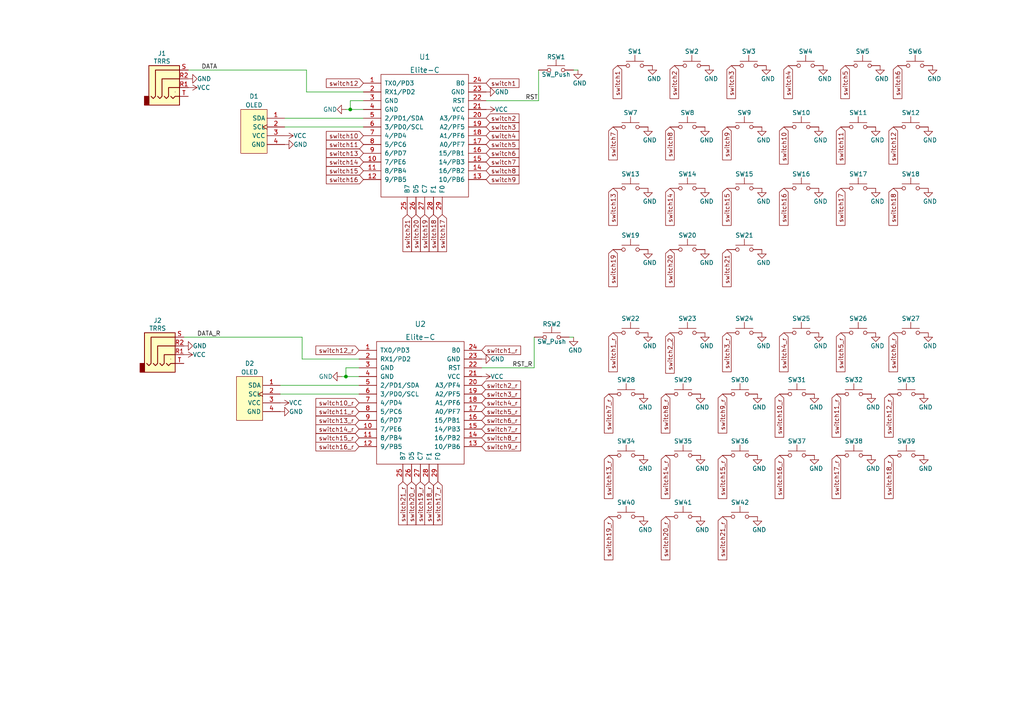
<source format=kicad_sch>
(kicad_sch (version 20211123) (generator eeschema)
  (paper "A4")
  (lib_symbols
    (symbol "Connector:AudioJack4"
      (property "Reference" "J" (at 0 8.89 0))
      (property "Value" "AudioJack4" (at 0 6.35 0))
      (symbol "AudioJack4_0_1"
        (rectangle (start -6.35 -5.08) (end -7.62 -7.62) (stroke (width 0.254)) (fill (type outline)))
        (polyline (pts (xy 0 -5.08) (xy 0.635 -5.715) (xy 1.27 -5.08) (xy 2.54 -5.08)) (stroke (width 0.254)))
        (polyline (pts (xy -5.715 -5.08) (xy -5.08 -5.715) (xy -4.445 -5.08) (xy -4.445 2.54) (xy 2.54 2.54)) (stroke (width 0.254)))
        (polyline (pts (xy -1.905 -5.08) (xy -1.27 -5.715) (xy -0.635 -5.08) (xy -0.635 -2.54) (xy 2.54 -2.54)) (stroke (width 0.254)))
        (polyline (pts (xy 2.54 0) (xy -2.54 0) (xy -2.54 -5.08) (xy -3.175 -5.715) (xy -3.81 -5.08)) (stroke (width 0.254)))
        (rectangle (start 2.54 3.81) (end -6.35 -7.62) (stroke (width 0.254)) (fill (type background)))
      )
      (symbol "AudioJack4_1_1"
        (pin passive line (at 5.08 -2.54 180) (length 2.54) (name "~") (number "R1"))
        (pin passive line (at 5.08 0 180) (length 2.54) (name "~") (number "R2"))
        (pin passive line (at 5.08 2.54 180) (length 2.54) (name "~") (number "S"))
        (pin passive line (at 5.08 -5.08 180) (length 2.54) (name "~") (number "T"))
      )
    )
    (symbol "OLED:OLED_128_32"
      (property "Reference" "D" (at 0 1.6 0))
      (property "Value" "OLED_128_32" (at 0 0 0))
      (symbol "OLED_128_32_0_1"
        (rectangle (start -22.86 3.81) (end -22.86 3.81))
        (rectangle (start -22.86 3.81) (end -22.86 3.81))
        (rectangle (start 3.81 -1.27) (end -3.81 -13.97) (fill (type background)))
      )
      (symbol "OLED_128_32_1_1"
        (pin bidirectional line (at 8.89 -3.81 180) (length 5.08) (name "SDA") (number "1"))
        (pin input clock (at 8.89 -6.35 180) (length 5.08) (name "SCL") (number "2"))
        (pin power_in line (at 8.89 -8.89 180) (length 5.08) (name "VCC") (number "3"))
        (pin power_in line (at 8.89 -11.43 180) (length 5.08) (name "GND") (number "4"))
      )
    )
    (symbol "Switch:SW_Push" (pin_numbers hide) (pin_names (offset 1.016) hide)
      (property "Reference" "SW" (at 1.27 2.54 0))
      (property "Value" "SW_Push" (at 0 -1.524 0))
      (symbol "SW_Push_0_1"
        (circle (center -2.032 0) (radius 0.508))
        (polyline (pts (xy 0 1.27) (xy 0 3.048)))
        (polyline (pts (xy 2.54 1.27) (xy -2.54 1.27)))
        (circle (center 2.032 0) (radius 0.508))
        (pin passive line (at -5.08 0 0) (length 2.54) (name "1") (number "1"))
        (pin passive line (at 5.08 0 180) (length 2.54) (name "2") (number "2"))
      )
    )
    (symbol "keebio:Elite-C" (pin_names (offset 1.016))
      (property "Reference" "U1" (at 0 21.59 0))
      (property "Value" "Elite-C" (at 0 17.78 0))
      (symbol "Elite-C_0_1"
        (rectangle (start 12.7 -19.05) (end -12.7 16.51))
      )
      (symbol "Elite-C_1_1"
        (pin input line (at -17.78 13.97 0) (length 5.08) (name "TX0/PD3") (number "1"))
        (pin input line (at -17.78 -8.89 0) (length 5.08) (name "7/PE6") (number "10"))
        (pin input line (at -17.78 -11.43 0) (length 5.08) (name "8/PB4") (number "11"))
        (pin input line (at -17.78 -13.97 0) (length 5.08) (name "9/PB5") (number "12"))
        (pin input line (at 17.78 -13.97 180) (length 5.08) (name "10/PB6") (number "13"))
        (pin input line (at 17.78 -11.43 180) (length 5.08) (name "16/PB2") (number "14"))
        (pin input line (at 17.78 -8.89 180) (length 5.08) (name "14/PB3") (number "15"))
        (pin input line (at 17.78 -6.35 180) (length 5.08) (name "15/PB1") (number "16"))
        (pin input line (at 17.78 -3.81 180) (length 5.08) (name "A0/PF7") (number "17"))
        (pin input line (at 17.78 -1.27 180) (length 5.08) (name "A1/PF6") (number "18"))
        (pin input line (at 17.78 1.27 180) (length 5.08) (name "A2/PF5") (number "19"))
        (pin input line (at -17.78 11.43 0) (length 5.08) (name "RX1/PD2") (number "2"))
        (pin input line (at 17.78 3.81 180) (length 5.08) (name "A3/PF4") (number "20"))
        (pin input line (at 17.78 6.35 180) (length 5.08) (name "VCC") (number "21"))
        (pin input line (at 17.78 8.89 180) (length 5.08) (name "RST") (number "22"))
        (pin input line (at 17.78 11.43 180) (length 5.08) (name "GND") (number "23"))
        (pin input line (at 17.78 13.97 180) (length 5.08) (name "B0") (number "24"))
        (pin input line (at -5.08 -24.13 90) (length 5.08) (name "B7") (number "25"))
        (pin input line (at -2.54 -24.13 90) (length 5.08) (name "D5") (number "26"))
        (pin input line (at 0 -24.13 90) (length 5.08) (name "C7") (number "27"))
        (pin input line (at 2.54 -24.13 90) (length 5.08) (name "F1") (number "28"))
        (pin input line (at 5.08 -24.13 90) (length 5.08) (name "F0") (number "29"))
        (pin input line (at -17.78 8.89 0) (length 5.08) (name "GND") (number "3"))
        (pin input line (at -17.78 6.35 0) (length 5.08) (name "GND") (number "4"))
        (pin input line (at -17.78 3.81 0) (length 5.08) (name "2/PD1/SDA") (number "5"))
        (pin input line (at -17.78 1.27 0) (length 5.08) (name "3/PD0/SCL") (number "6"))
        (pin input line (at -17.78 -1.27 0) (length 5.08) (name "4/PD4") (number "7"))
        (pin input line (at -17.78 -3.81 0) (length 5.08) (name "5/PC6") (number "8"))
        (pin input line (at -17.78 -6.35 0) (length 5.08) (name "6/PD7") (number "9"))
      )
    )
    (symbol "power:GND" (power) (pin_names (offset 0))
      (property "Value" "GND" (at 0 -3.81 0))
      (symbol "GND_0_1"
        (polyline (pts (xy 0 0) (xy 0 -1.27) (xy 1.27 -1.27) (xy 0 -2.54) (xy -1.27 -1.27) (xy 0 -1.27)))
      )
      (symbol "GND_1_1"
        (pin power_in line (at 0 0 270) (length 0) hide (name "GND") (number "1"))
      )
    )
    (symbol "power:VCC" (power) (pin_names (offset 0))
      (property "Value" "VCC" (at 0 3.81 0))
      (symbol "VCC_0_1"
        (polyline (pts (xy -0.762 1.27) (xy 0 2.54)))
        (polyline (pts (xy 0 0) (xy 0 2.54)))
        (polyline (pts (xy 0 2.54) (xy 0.762 1.27)))
      )
      (symbol "VCC_1_1"
        (pin power_in line (at 0 0 90) (length 0) hide (name "VCC") (number "1"))
      )
    )
  )
  (junction (at 100.33 109.22))
  (junction (at 101.6 31.75))
  (wire (pts (xy 81.28 114.3) (xy 104.14 114.3)))
  (wire (pts (xy 88.9 26.67) (xy 88.9 20.32)))
  (wire (pts (xy 154.94 106.68) (xy 154.94 97.79)))
  (wire (pts (xy 99.06 109.22) (xy 100.33 109.22)))
  (wire (pts (xy 100.33 109.22) (xy 104.14 109.22)))
  (wire (pts (xy 101.6 29.21) (xy 101.6 31.75)))
  (wire (pts (xy 105.41 29.21) (xy 101.6 29.21)))
  (wire (pts (xy 166.37 97.79) (xy 165.1 97.79)))
  (wire (pts (xy 100.33 31.75) (xy 101.6 31.75)))
  (wire (pts (xy 104.14 106.68) (xy 100.33 106.68)))
  (wire (pts (xy 105.41 26.67) (xy 88.9 26.67)))
  (wire (pts (xy 167.64 20.32) (xy 166.37 20.32)))
  (wire (pts (xy 87.63 104.14) (xy 87.63 97.79)))
  (wire (pts (xy 101.6 31.75) (xy 105.41 31.75)))
  (wire (pts (xy 140.97 29.21) (xy 156.21 29.21)))
  (wire (pts (xy 81.28 111.76) (xy 104.14 111.76)))
  (wire (pts (xy 139.7 106.68) (xy 154.94 106.68)))
  (wire (pts (xy 100.33 106.68) (xy 100.33 109.22)))
  (wire (pts (xy 54.61 20.32) (xy 88.9 20.32)))
  (wire (pts (xy 104.14 104.14) (xy 87.63 104.14)))
  (wire (pts (xy 156.21 29.21) (xy 156.21 20.32)))
  (wire (pts (xy 53.34 97.79) (xy 87.63 97.79)))
  (wire (pts (xy 82.55 34.29) (xy 105.41 34.29)))
  (wire (pts (xy 82.55 36.83) (xy 105.41 36.83)))
  (label "RST" (at 152.4 29.21 0))
  (label "RST_R" (at 148.59 106.68 0))
  (label "DATA_R" (at 57.15 97.79 0))
  (label "DATA" (at 58.42 20.32 0))
  (global_label "switch9" (shape input) (at 140.97 52.07 0) (property "Intersheet References" "${INTERSHEET_REFS}" (effects hide)))
  (global_label "switch7_r" (shape input) (at 139.7 124.46 0) (property "Intersheet References" "${INTERSHEET_REFS}" (effects hide)))
  (global_label "switch17_r" (shape input) (at 127 139.7 270) (property "Intersheet References" "${INTERSHEET_REFS}" (effects hide)))
  (global_label "switch6" (shape input) (at 140.97 44.45 0) (property "Intersheet References" "${INTERSHEET_REFS}" (effects hide)))
  (global_label "switch3" (shape input) (at 140.97 36.83 0) (property "Intersheet References" "${INTERSHEET_REFS}" (effects hide)))
  (global_label "switch7_r" (shape input) (at 176.53 114.3 270) (property "Intersheet References" "${INTERSHEET_REFS}" (effects hide)))
  (global_label "switch21" (shape input) (at 118.11 62.23 270) (property "Intersheet References" "${INTERSHEET_REFS}" (effects hide)))
  (global_label "switch12_r" (shape input) (at 257.81 114.3 270) (property "Intersheet References" "${INTERSHEET_REFS}" (effects hide)))
  (global_label "switch4" (shape input) (at 228.6 19.05 270) (property "Intersheet References" "${INTERSHEET_REFS}" (effects hide)))
  (global_label "switch3_r" (shape input) (at 139.7 114.3 0) (property "Intersheet References" "${INTERSHEET_REFS}" (effects hide)))
  (global_label "switch8" (shape input) (at 140.97 49.53 0) (property "Intersheet References" "${INTERSHEET_REFS}" (effects hide)))
  (global_label "switch6_r" (shape input) (at 139.7 121.92 0) (property "Intersheet References" "${INTERSHEET_REFS}" (effects hide)))
  (global_label "switch14" (shape input) (at 194.31 54.61 270) (property "Intersheet References" "${INTERSHEET_REFS}" (effects hide)))
  (global_label "switch18" (shape input) (at 125.73 62.23 270) (property "Intersheet References" "${INTERSHEET_REFS}" (effects hide)))
  (global_label "switch14_r" (shape input) (at 104.14 124.46 180) (property "Intersheet References" "${INTERSHEET_REFS}" (effects hide)))
  (global_label "switch4" (shape input) (at 140.97 39.37 0) (property "Intersheet References" "${INTERSHEET_REFS}" (effects hide)))
  (global_label "switch11" (shape input) (at 105.41 41.91 180) (property "Intersheet References" "${INTERSHEET_REFS}" (effects hide)))
  (global_label "switch5_r" (shape input) (at 139.7 119.38 0) (property "Intersheet References" "${INTERSHEET_REFS}" (effects hide)))
  (global_label "switch10_r" (shape input) (at 226.06 114.3 270) (property "Intersheet References" "${INTERSHEET_REFS}" (effects hide)))
  (global_label "switch13" (shape input) (at 177.8 54.61 270) (property "Intersheet References" "${INTERSHEET_REFS}" (effects hide)))
  (global_label "switch20_r" (shape input) (at 119.38 139.7 270) (property "Intersheet References" "${INTERSHEET_REFS}" (effects hide)))
  (global_label "switch10_r" (shape input) (at 104.14 116.84 180) (property "Intersheet References" "${INTERSHEET_REFS}" (effects hide)))
  (global_label "switch9_r" (shape input) (at 209.55 114.3 270) (property "Intersheet References" "${INTERSHEET_REFS}" (effects hide)))
  (global_label "switch15" (shape input) (at 210.82 54.61 270) (property "Intersheet References" "${INTERSHEET_REFS}" (effects hide)))
  (global_label "switch2_2" (shape input) (at 194.31 96.52 270) (property "Intersheet References" "${INTERSHEET_REFS}" (effects hide)))
  (global_label "switch17" (shape input) (at 128.27 62.23 270) (property "Intersheet References" "${INTERSHEET_REFS}" (effects hide)))
  (global_label "switch4_r" (shape input) (at 227.33 96.52 270) (property "Intersheet References" "${INTERSHEET_REFS}" (effects hide)))
  (global_label "switch1_r" (shape input) (at 139.7 101.6 0) (property "Intersheet References" "${INTERSHEET_REFS}" (effects hide)))
  (global_label "switch8_r" (shape input) (at 139.7 127 0) (property "Intersheet References" "${INTERSHEET_REFS}" (effects hide)))
  (global_label "switch20_r" (shape input) (at 193.04 149.86 270) (property "Intersheet References" "${INTERSHEET_REFS}" (effects hide)))
  (global_label "switch6" (shape input) (at 260.35 19.05 270) (property "Intersheet References" "${INTERSHEET_REFS}" (effects hide)))
  (global_label "switch8_r" (shape input) (at 193.04 114.3 270) (property "Intersheet References" "${INTERSHEET_REFS}" (effects hide)))
  (global_label "switch15" (shape input) (at 105.41 49.53 180) (property "Intersheet References" "${INTERSHEET_REFS}" (effects hide)))
  (global_label "switch2" (shape input) (at 140.97 34.29 0) (property "Intersheet References" "${INTERSHEET_REFS}" (effects hide)))
  (global_label "switch3" (shape input) (at 212.09 19.05 270) (property "Intersheet References" "${INTERSHEET_REFS}" (effects hide)))
  (global_label "switch8" (shape input) (at 194.31 36.83 270) (property "Intersheet References" "${INTERSHEET_REFS}" (effects hide)))
  (global_label "switch10" (shape input) (at 105.41 39.37 180) (property "Intersheet References" "${INTERSHEET_REFS}" (effects hide)))
  (global_label "switch20" (shape input) (at 120.65 62.23 270) (property "Intersheet References" "${INTERSHEET_REFS}" (effects hide)))
  (global_label "switch12" (shape input) (at 259.08 36.83 270) (property "Intersheet References" "${INTERSHEET_REFS}" (effects hide)))
  (global_label "switch16_r" (shape input) (at 226.06 132.08 270) (property "Intersheet References" "${INTERSHEET_REFS}" (effects hide)))
  (global_label "switch17_r" (shape input) (at 242.57 132.08 270) (property "Intersheet References" "${INTERSHEET_REFS}" (effects hide)))
  (global_label "switch5_r" (shape input) (at 243.84 96.52 270) (property "Intersheet References" "${INTERSHEET_REFS}" (effects hide)))
  (global_label "switch12_r" (shape input) (at 104.14 101.6 180) (property "Intersheet References" "${INTERSHEET_REFS}" (effects hide)))
  (global_label "switch1" (shape input) (at 179.07 19.05 270) (property "Intersheet References" "${INTERSHEET_REFS}" (effects hide)))
  (global_label "switch2" (shape input) (at 195.58 19.05 270) (property "Intersheet References" "${INTERSHEET_REFS}" (effects hide)))
  (global_label "switch7" (shape input) (at 177.8 36.83 270) (property "Intersheet References" "${INTERSHEET_REFS}" (effects hide)))
  (global_label "switch4_r" (shape input) (at 139.7 116.84 0) (property "Intersheet References" "${INTERSHEET_REFS}" (effects hide)))
  (global_label "switch17" (shape input) (at 243.84 54.61 270) (property "Intersheet References" "${INTERSHEET_REFS}" (effects hide)))
  (global_label "switch6_r" (shape input) (at 259.08 96.52 270) (property "Intersheet References" "${INTERSHEET_REFS}" (effects hide)))
  (global_label "switch16_r" (shape input) (at 104.14 129.54 180) (property "Intersheet References" "${INTERSHEET_REFS}" (effects hide)))
  (global_label "switch19_r" (shape input) (at 121.92 139.7 270) (property "Intersheet References" "${INTERSHEET_REFS}" (effects hide)))
  (global_label "switch12" (shape input) (at 105.41 24.13 180) (property "Intersheet References" "${INTERSHEET_REFS}" (effects hide)))
  (global_label "switch5" (shape input) (at 140.97 41.91 0) (property "Intersheet References" "${INTERSHEET_REFS}" (effects hide)))
  (global_label "switch13" (shape input) (at 105.41 44.45 180) (property "Intersheet References" "${INTERSHEET_REFS}" (effects hide)))
  (global_label "switch11_r" (shape input) (at 242.57 114.3 270) (property "Intersheet References" "${INTERSHEET_REFS}" (effects hide)))
  (global_label "switch18" (shape input) (at 259.08 54.61 270) (property "Intersheet References" "${INTERSHEET_REFS}" (effects hide)))
  (global_label "switch2_r" (shape input) (at 139.7 111.76 0) (property "Intersheet References" "${INTERSHEET_REFS}" (effects hide)))
  (global_label "switch19" (shape input) (at 123.19 62.23 270) (property "Intersheet References" "${INTERSHEET_REFS}" (effects hide)))
  (global_label "switch7" (shape input) (at 140.97 46.99 0) (property "Intersheet References" "${INTERSHEET_REFS}" (effects hide)))
  (global_label "switch10" (shape input) (at 227.33 36.83 270) (property "Intersheet References" "${INTERSHEET_REFS}" (effects hide)))
  (global_label "switch21_r" (shape input) (at 116.84 139.7 270) (property "Intersheet References" "${INTERSHEET_REFS}" (effects hide)))
  (global_label "switch19" (shape input) (at 177.8 72.39 270) (property "Intersheet References" "${INTERSHEET_REFS}" (effects hide)))
  (global_label "switch1_r" (shape input) (at 177.8 96.52 270) (property "Intersheet References" "${INTERSHEET_REFS}" (effects hide)))
  (global_label "switch15_r" (shape input) (at 209.55 132.08 270) (property "Intersheet References" "${INTERSHEET_REFS}" (effects hide)))
  (global_label "switch9_r" (shape input) (at 139.7 129.54 0) (property "Intersheet References" "${INTERSHEET_REFS}" (effects hide)))
  (global_label "switch15_r" (shape input) (at 104.14 127 180) (property "Intersheet References" "${INTERSHEET_REFS}" (effects hide)))
  (global_label "switch11_r" (shape input) (at 104.14 119.38 180) (property "Intersheet References" "${INTERSHEET_REFS}" (effects hide)))
  (global_label "switch14_r" (shape input) (at 193.04 132.08 270) (property "Intersheet References" "${INTERSHEET_REFS}" (effects hide)))
  (global_label "switch13_r" (shape input) (at 104.14 121.92 180) (property "Intersheet References" "${INTERSHEET_REFS}" (effects hide)))
  (global_label "switch5" (shape input) (at 245.11 19.05 270) (property "Intersheet References" "${INTERSHEET_REFS}" (effects hide)))
  (global_label "switch16" (shape input) (at 227.33 54.61 270) (property "Intersheet References" "${INTERSHEET_REFS}" (effects hide)))
  (global_label "switch9" (shape input) (at 210.82 36.83 270) (property "Intersheet References" "${INTERSHEET_REFS}" (effects hide)))
  (global_label "switch1" (shape input) (at 140.97 24.13 0) (property "Intersheet References" "${INTERSHEET_REFS}" (effects hide)))
  (global_label "switch19_r" (shape input) (at 176.53 149.86 270) (property "Intersheet References" "${INTERSHEET_REFS}" (effects hide)))
  (global_label "switch11" (shape input) (at 243.84 36.83 270) (property "Intersheet References" "${INTERSHEET_REFS}" (effects hide)))
  (global_label "switch14" (shape input) (at 105.41 46.99 180) (property "Intersheet References" "${INTERSHEET_REFS}" (effects hide)))
  (global_label "switch3_r" (shape input) (at 210.82 96.52 270) (property "Intersheet References" "${INTERSHEET_REFS}" (effects hide)))
  (global_label "switch21_r" (shape input) (at 209.55 149.86 270) (property "Intersheet References" "${INTERSHEET_REFS}" (effects hide)))
  (global_label "switch13_r" (shape input) (at 176.53 132.08 270) (property "Intersheet References" "${INTERSHEET_REFS}" (effects hide)))
  (global_label "switch18_r" (shape input) (at 124.46 139.7 270) (property "Intersheet References" "${INTERSHEET_REFS}" (effects hide)))
  (global_label "switch21" (shape input) (at 210.82 72.39 270) (property "Intersheet References" "${INTERSHEET_REFS}" (effects hide)))
  (global_label "switch20" (shape input) (at 194.31 72.39 270) (property "Intersheet References" "${INTERSHEET_REFS}" (effects hide)))
  (global_label "switch16" (shape input) (at 105.41 52.07 180) (property "Intersheet References" "${INTERSHEET_REFS}" (effects hide)))
  (global_label "switch18_r" (shape input) (at 257.81 132.08 270) (property "Intersheet References" "${INTERSHEET_REFS}" (effects hide)))
  (symbol (lib_id "Switch:SW_Push") (at 199.39 36.83 0) (unit 1)
    (property "Reference" "SW8" (at 199.39 32.7 0))
    (property "Value" "SW_Push" (effects hide))
  )
  (symbol (lib_id "Switch:SW_Push") (at 160.02 97.79 0) (unit 1)
    (property "Reference" "RSW2" (at 160.02 93.98 0))
    (property "Value" "SW_Push" (at 160.02 99.06 0))
  )
  (symbol (lib_id "power:GND") (at 203.2 114.3 0) (unit 1)
    (property "Reference" "#PWR?" (effects hide))
    (property "Value" "GND" (at 205.74 118.11 0) (effects (justify right)))
  )
  (symbol (lib_id "power:GND") (at 254 36.83 0) (unit 1)
    (property "Reference" "#PWR?" (effects hide))
    (property "Value" "GND" (at 256.54 40.64 0) (effects (justify right)))
  )
  (symbol (lib_id "power:GND") (at 187.96 72.39 0) (unit 1)
    (property "Reference" "#PWR?" (effects hide))
    (property "Value" "GND" (at 190.5 76.2 0) (effects (justify right)))
  )
  (symbol (lib_id "power:GND") (at 252.73 114.3 0) (unit 1)
    (property "Reference" "#PWR?" (effects hide))
    (property "Value" "GND" (at 255.27 118.11 0) (effects (justify right)))
  )
  (symbol (lib_id "Switch:SW_Push") (at 264.16 54.61 0) (unit 1)
    (property "Reference" "SW18" (at 264.16 50.48 0))
    (property "Value" "SW_Push" (effects hide))
  )
  (symbol (lib_id "keebio:Elite-C") (at 123.19 38.1 0) (unit 1)
    (property "Reference" "U1" (at 123.19 16.51 0) (effects (font (size 1.524 1.524))))
    (property "Value" "Elite-C" (at 123.19 20.32 0) (effects (font (size 1.524 1.524))))
    (property "Footprint" "Elite_C:Elite-C" (effects hide))
  )
  (symbol (lib_id "Switch:SW_Push") (at 215.9 54.61 0) (unit 1)
    (property "Reference" "SW15" (at 215.9 50.48 0))
    (property "Value" "SW_Push" (effects hide))
  )
  (symbol (lib_id "Switch:SW_Push") (at 199.39 96.52 0) (unit 1)
    (property "Reference" "SW23" (at 199.39 92.39 0))
    (property "Value" "SW_Push" (effects hide))
  )
  (symbol (lib_id "power:GND") (at 220.98 36.83 0) (unit 1)
    (property "Reference" "#PWR?" (effects hide))
    (property "Value" "GND" (at 223.52 40.64 0) (effects (justify right)))
  )
  (symbol (lib_id "Switch:SW_Push") (at 199.39 72.39 0) (unit 1)
    (property "Reference" "SW20" (at 199.39 68.26 0))
    (property "Value" "SW_Push" (effects hide))
  )
  (symbol (lib_id "power:GND") (at 237.49 54.61 0) (unit 1)
    (property "Reference" "#PWR?" (effects hide))
    (property "Value" "GND" (at 240.03 58.42 0) (effects (justify right)))
  )
  (symbol (lib_id "power:GND") (at 237.49 36.83 0) (unit 1)
    (property "Reference" "#PWR?" (effects hide))
    (property "Value" "GND" (at 240.03 40.64 0) (effects (justify right)))
  )
  (symbol (lib_id "Switch:SW_Push") (at 184.15 19.05 0) (unit 1)
    (property "Reference" "SW1" (at 184.15 14.92 0))
    (property "Value" "SW_Push" (effects hide))
  )
  (symbol (lib_id "power:GND") (at 254 54.61 0) (unit 1)
    (property "Reference" "#PWR?" (effects hide))
    (property "Value" "GND" (at 256.54 58.42 0) (effects (justify right)))
  )
  (symbol (lib_id "power:GND") (at 267.97 114.3 0) (unit 1)
    (property "Reference" "#PWR?" (effects hide))
    (property "Value" "GND" (at 270.51 118.11 0) (effects (justify right)))
  )
  (symbol (lib_id "Switch:SW_Push") (at 181.61 114.3 0) (unit 1)
    (property "Reference" "SW28" (at 181.61 110.17 0))
    (property "Value" "SW_Push" (effects hide))
  )
  (symbol (lib_id "power:GND") (at 252.73 132.08 0) (unit 1)
    (property "Reference" "#PWR?" (effects hide))
    (property "Value" "GND" (at 255.27 135.89 0) (effects (justify right)))
  )
  (symbol (lib_id "power:GND") (at 186.69 132.08 0) (unit 1)
    (property "Reference" "#PWR?" (effects hide))
    (property "Value" "GND" (at 189.23 135.89 0) (effects (justify right)))
  )
  (symbol (lib_id "Switch:SW_Push") (at 214.63 114.3 0) (unit 1)
    (property "Reference" "SW30" (at 214.63 110.17 0))
    (property "Value" "SW_Push" (effects hide))
  )
  (symbol (lib_id "power:GND") (at 166.37 97.79 0) (unit 1)
    (property "Reference" "#PWR?" (effects hide))
    (property "Value" "GND" (at 168.91 101.6 0) (effects (justify right)))
  )
  (symbol (lib_id "Switch:SW_Push") (at 231.14 132.08 0) (unit 1)
    (property "Reference" "SW37" (at 231.14 127.95 0))
    (property "Value" "SW_Push" (effects hide))
  )
  (symbol (lib_id "OLED:OLED_128_32") (at 72.39 107.95 0) (unit 1)
    (property "Reference" "D2" (at 72.39 105.41 0))
    (property "Value" "OLED" (at 72.39 107.95 0))
  )
  (symbol (lib_id "Switch:SW_Push") (at 248.92 36.83 0) (unit 1)
    (property "Reference" "SW11" (at 248.92 32.7 0))
    (property "Value" "SW_Push" (effects hide))
  )
  (symbol (lib_id "power:GND") (at 187.96 54.61 0) (unit 1)
    (property "Reference" "#PWR?" (effects hide))
    (property "Value" "GND" (at 190.5 58.42 0) (effects (justify right)))
  )
  (symbol (lib_id "Switch:SW_Push") (at 199.39 54.61 0) (unit 1)
    (property "Reference" "SW14" (at 199.39 50.48 0))
    (property "Value" "SW_Push" (effects hide))
  )
  (symbol (lib_id "Switch:SW_Push") (at 264.16 96.52 0) (unit 1)
    (property "Reference" "SW27" (at 264.16 92.39 0))
    (property "Value" "SW_Push" (effects hide))
  )
  (symbol (lib_id "Switch:SW_Push") (at 247.65 132.08 0) (unit 1)
    (property "Reference" "SW38" (at 247.65 127.95 0))
    (property "Value" "SW_Push" (effects hide))
  )
  (symbol (lib_id "Switch:SW_Push") (at 250.19 19.05 0) (unit 1)
    (property "Reference" "SW5" (at 250.19 14.92 0))
    (property "Value" "SW_Push" (effects hide))
  )
  (symbol (lib_id "Switch:SW_Push") (at 198.12 149.86 0) (unit 1)
    (property "Reference" "SW41" (at 198.12 145.73 0))
    (property "Value" "SW_Push" (effects hide))
  )
  (symbol (lib_id "power:GND") (at 236.22 132.08 0) (unit 1)
    (property "Reference" "#PWR?" (effects hide))
    (property "Value" "GND" (at 238.76 135.89 0) (effects (justify right)))
  )
  (symbol (lib_id "power:GND") (at 186.69 114.3 0) (unit 1)
    (property "Reference" "#PWR?" (effects hide))
    (property "Value" "GND" (at 189.23 118.11 0) (effects (justify right)))
  )
  (symbol (lib_id "power:GND") (at 140.97 26.67 90) (unit 1)
    (property "Reference" "#PWR?" (effects hide))
    (property "Value" "GND" (at 143.51 26.67 90) (effects (justify right)))
  )
  (symbol (lib_id "power:GND") (at 219.71 132.08 0) (unit 1)
    (property "Reference" "#PWR?" (effects hide))
    (property "Value" "GND" (at 222.25 135.89 0) (effects (justify right)))
  )
  (symbol (lib_id "power:GND") (at 269.24 96.52 0) (unit 1)
    (property "Reference" "#PWR?" (effects hide))
    (property "Value" "GND" (at 271.78 100.33 0) (effects (justify right)))
  )
  (symbol (lib_id "power:GND") (at 186.69 149.86 0) (unit 1)
    (property "Reference" "#PWR?" (effects hide))
    (property "Value" "GND" (at 189.23 153.67 0) (effects (justify right)))
  )
  (symbol (lib_id "power:GND") (at 99.06 109.22 270) (unit 1)
    (property "Reference" "#PWR?" (effects hide))
    (property "Value" "GND" (at 96.52 109.22 90) (effects (justify right)))
  )
  (symbol (lib_id "Switch:SW_Push") (at 232.41 54.61 0) (unit 1)
    (property "Reference" "SW16" (at 232.41 50.48 0))
    (property "Value" "SW_Push" (effects hide))
  )
  (symbol (lib_id "Switch:SW_Push") (at 215.9 36.83 0) (unit 1)
    (property "Reference" "SW9" (at 215.9 32.7 0))
    (property "Value" "SW_Push" (effects hide))
  )
  (symbol (lib_id "Connector:AudioJack4") (at 48.26 100.33 0) (unit 1)
    (property "Reference" "J2" (at 45.72 92.96 0))
    (property "Value" "TRRS" (at 45.72 95.25 0))
  )
  (symbol (lib_id "OLED:OLED_128_32") (at 73.66 30.48 0) (unit 1)
    (property "Reference" "D1" (at 73.66 27.94 0))
    (property "Value" "OLED" (at 73.66 30.48 0))
  )
  (symbol (lib_id "Switch:SW_Push") (at 182.88 36.83 0) (unit 1)
    (property "Reference" "SW7" (at 182.88 32.7 0))
    (property "Value" "SW_Push" (effects hide))
  )
  (symbol (lib_id "power:GND") (at 203.2 132.08 0) (unit 1)
    (property "Reference" "#PWR?" (effects hide))
    (property "Value" "GND" (at 205.74 135.89 0) (effects (justify right)))
  )
  (symbol (lib_id "power:GND") (at 187.96 96.52 0) (unit 1)
    (property "Reference" "#PWR?" (effects hide))
    (property "Value" "GND" (at 190.5 100.33 0) (effects (justify right)))
  )
  (symbol (lib_id "Switch:SW_Push") (at 232.41 36.83 0) (unit 1)
    (property "Reference" "SW10" (at 232.41 32.7 0))
    (property "Value" "SW_Push" (effects hide))
  )
  (symbol (lib_id "power:GND") (at 269.24 54.61 0) (unit 1)
    (property "Reference" "#PWR?" (effects hide))
    (property "Value" "GND" (at 271.78 58.42 0) (effects (justify right)))
  )
  (symbol (lib_id "power:GND") (at 167.64 20.32 0) (unit 1)
    (property "Reference" "#PWR?" (effects hide))
    (property "Value" "GND" (at 170.18 24.13 0) (effects (justify right)))
  )
  (symbol (lib_id "power:GND") (at 54.61 22.86 90) (unit 1)
    (property "Reference" "#PWR?" (effects hide))
    (property "Value" "GND" (at 57.15 22.86 90) (effects (justify right)))
  )
  (symbol (lib_id "keebio:Elite-C") (at 121.92 115.57 0) (unit 1)
    (property "Reference" "U2" (at 121.92 93.98 0) (effects (font (size 1.524 1.524))))
    (property "Value" "Elite-C" (at 121.92 97.79 0) (effects (font (size 1.524 1.524))))
    (property "Footprint" "Elite_C:Elite-C" (effects hide))
  )
  (symbol (lib_id "power:GND") (at 236.22 114.3 0) (unit 1)
    (property "Reference" "#PWR?" (effects hide))
    (property "Value" "GND" (at 238.76 118.11 0) (effects (justify right)))
  )
  (symbol (lib_id "power:VCC") (at 53.34 102.87 270) (unit 1)
    (property "Reference" "#PWR?" (effects hide))
    (property "Value" "VCC" (at 55.88 102.87 90) (effects (justify left)))
  )
  (symbol (lib_id "power:GND") (at 187.96 36.83 0) (unit 1)
    (property "Reference" "#PWR?" (effects hide))
    (property "Value" "GND" (at 190.5 40.64 0) (effects (justify right)))
  )
  (symbol (lib_id "power:GND") (at 81.28 119.38 90) (unit 1)
    (property "Reference" "#PWR?" (effects hide))
    (property "Value" "GND" (at 83.82 119.38 90) (effects (justify right)))
  )
  (symbol (lib_id "Switch:SW_Push") (at 198.12 132.08 0) (unit 1)
    (property "Reference" "SW35" (at 198.12 127.95 0))
    (property "Value" "SW_Push" (effects hide))
  )
  (symbol (lib_id "power:GND") (at 219.71 149.86 0) (unit 1)
    (property "Reference" "#PWR?" (effects hide))
    (property "Value" "GND" (at 222.25 153.67 0) (effects (justify right)))
  )
  (symbol (lib_id "Switch:SW_Push") (at 264.16 36.83 0) (unit 1)
    (property "Reference" "SW12" (at 264.16 32.7 0))
    (property "Value" "SW_Push" (effects hide))
  )
  (symbol (lib_id "power:GND") (at 238.76 19.05 0) (unit 1)
    (property "Reference" "#PWR?" (effects hide))
    (property "Value" "GND" (at 241.3 22.86 0) (effects (justify right)))
  )
  (symbol (lib_id "power:GND") (at 255.27 19.05 0) (unit 1)
    (property "Reference" "#PWR?" (effects hide))
    (property "Value" "GND" (at 257.81 22.86 0) (effects (justify right)))
  )
  (symbol (lib_id "power:GND") (at 100.33 31.75 270) (unit 1)
    (property "Reference" "#PWR?" (effects hide))
    (property "Value" "GND" (at 97.79 31.75 90) (effects (justify right)))
  )
  (symbol (lib_id "power:GND") (at 220.98 54.61 0) (unit 1)
    (property "Reference" "#PWR?" (effects hide))
    (property "Value" "GND" (at 223.52 58.42 0) (effects (justify right)))
  )
  (symbol (lib_id "power:VCC") (at 54.61 25.4 270) (unit 1)
    (property "Reference" "#PWR?" (effects hide))
    (property "Value" "VCC" (at 57.15 25.4 90) (effects (justify left)))
  )
  (symbol (lib_id "power:VCC") (at 139.7 109.22 270) (unit 1)
    (property "Reference" "#PWR?" (effects hide))
    (property "Value" "VCC" (at 142.24 109.22 90) (effects (justify left)))
  )
  (symbol (lib_id "power:GND") (at 204.47 96.52 0) (unit 1)
    (property "Reference" "#PWR?" (effects hide))
    (property "Value" "GND" (at 207.01 100.33 0) (effects (justify right)))
  )
  (symbol (lib_id "Switch:SW_Push") (at 231.14 114.3 0) (unit 1)
    (property "Reference" "SW31" (at 231.14 110.17 0))
    (property "Value" "SW_Push" (effects hide))
  )
  (symbol (lib_id "power:GND") (at 204.47 36.83 0) (unit 1)
    (property "Reference" "#PWR?" (effects hide))
    (property "Value" "GND" (at 207.01 40.64 0) (effects (justify right)))
  )
  (symbol (lib_id "power:GND") (at 82.55 41.91 90) (unit 1)
    (property "Reference" "#PWR?" (effects hide))
    (property "Value" "GND" (at 85.09 41.91 90) (effects (justify right)))
  )
  (symbol (lib_id "power:GND") (at 204.47 54.61 0) (unit 1)
    (property "Reference" "#PWR?" (effects hide))
    (property "Value" "GND" (at 207.01 58.42 0) (effects (justify right)))
  )
  (symbol (lib_id "Switch:SW_Push") (at 248.92 96.52 0) (unit 1)
    (property "Reference" "SW26" (at 248.92 92.39 0))
    (property "Value" "SW_Push" (effects hide))
  )
  (symbol (lib_id "power:VCC") (at 140.97 31.75 270) (unit 1)
    (property "Reference" "#PWR?" (effects hide))
    (property "Value" "VCC" (at 143.51 31.75 90) (effects (justify left)))
  )
  (symbol (lib_id "Switch:SW_Push") (at 233.68 19.05 0) (unit 1)
    (property "Reference" "SW4" (at 233.68 14.92 0))
    (property "Value" "SW_Push" (effects hide))
  )
  (symbol (lib_id "Switch:SW_Push") (at 217.17 19.05 0) (unit 1)
    (property "Reference" "SW3" (at 217.17 14.92 0))
    (property "Value" "SW_Push" (effects hide))
  )
  (symbol (lib_id "power:GND") (at 222.25 19.05 0) (unit 1)
    (property "Reference" "#PWR?" (effects hide))
    (property "Value" "GND" (at 224.79 22.86 0) (effects (justify right)))
  )
  (symbol (lib_id "power:GND") (at 220.98 96.52 0) (unit 1)
    (property "Reference" "#PWR?" (effects hide))
    (property "Value" "GND" (at 223.52 100.33 0) (effects (justify right)))
  )
  (symbol (lib_id "power:VCC") (at 82.55 39.37 270) (unit 1)
    (property "Reference" "#PWR?" (effects hide))
    (property "Value" "VCC" (at 85.09 39.37 90) (effects (justify left)))
  )
  (symbol (lib_id "Switch:SW_Push") (at 182.88 54.61 0) (unit 1)
    (property "Reference" "SW13" (at 182.88 50.48 0))
    (property "Value" "SW_Push" (effects hide))
  )
  (symbol (lib_id "power:GND") (at 189.23 19.05 0) (unit 1)
    (property "Reference" "#PWR?" (effects hide))
    (property "Value" "GND" (at 191.77 22.86 0) (effects (justify right)))
  )
  (symbol (lib_id "power:GND") (at 205.74 19.05 0) (unit 1)
    (property "Reference" "#PWR?" (effects hide))
    (property "Value" "GND" (at 208.28 22.86 0) (effects (justify right)))
  )
  (symbol (lib_id "power:GND") (at 203.2 149.86 0) (unit 1)
    (property "Reference" "#PWR?" (effects hide))
    (property "Value" "GND" (at 205.74 153.67 0) (effects (justify right)))
  )
  (symbol (lib_id "Switch:SW_Push") (at 181.61 132.08 0) (unit 1)
    (property "Reference" "SW34" (at 181.61 127.95 0))
    (property "Value" "SW_Push" (effects hide))
  )
  (symbol (lib_id "Switch:SW_Push") (at 265.43 19.05 0) (unit 1)
    (property "Reference" "SW6" (at 265.43 14.92 0))
    (property "Value" "SW_Push" (effects hide))
  )
  (symbol (lib_id "Switch:SW_Push") (at 181.61 149.86 0) (unit 1)
    (property "Reference" "SW40" (at 181.61 145.73 0))
    (property "Value" "SW_Push" (effects hide))
  )
  (symbol (lib_id "Switch:SW_Push") (at 248.92 54.61 0) (unit 1)
    (property "Reference" "SW17" (at 248.92 50.48 0))
    (property "Value" "SW_Push" (effects hide))
  )
  (symbol (lib_id "power:GND") (at 139.7 104.14 90) (unit 1)
    (property "Reference" "#PWR?" (effects hide))
    (property "Value" "GND" (at 142.24 104.14 90) (effects (justify right)))
  )
  (symbol (lib_id "Switch:SW_Push") (at 247.65 114.3 0) (unit 1)
    (property "Reference" "SW32" (at 247.65 110.17 0))
    (property "Value" "SW_Push" (effects hide))
  )
  (symbol (lib_id "Switch:SW_Push") (at 215.9 72.39 0) (unit 1)
    (property "Reference" "SW21" (at 215.9 68.26 0))
    (property "Value" "SW_Push" (effects hide))
  )
  (symbol (lib_id "Switch:SW_Push") (at 214.63 149.86 0) (unit 1)
    (property "Reference" "SW42" (at 214.63 145.73 0))
    (property "Value" "SW_Push" (effects hide))
  )
  (symbol (lib_id "Switch:SW_Push") (at 215.9 96.52 0) (unit 1)
    (property "Reference" "SW24" (at 215.9 92.39 0))
    (property "Value" "SW_Push" (effects hide))
  )
  (symbol (lib_id "power:GND") (at 267.97 132.08 0) (unit 1)
    (property "Reference" "#PWR?" (effects hide))
    (property "Value" "GND" (at 270.51 135.89 0) (effects (justify right)))
  )
  (symbol (lib_id "Switch:SW_Push") (at 161.29 20.32 0) (unit 1)
    (property "Reference" "RSW1" (at 161.29 16.51 0))
    (property "Value" "SW_Push" (at 161.29 21.59 0))
  )
  (symbol (lib_id "power:GND") (at 204.47 72.39 0) (unit 1)
    (property "Reference" "#PWR?" (effects hide))
    (property "Value" "GND" (at 207.01 76.2 0) (effects (justify right)))
  )
  (symbol (lib_id "Switch:SW_Push") (at 182.88 96.52 0) (unit 1)
    (property "Reference" "SW22" (at 182.88 92.39 0))
    (property "Value" "SW_Push" (effects hide))
  )
  (symbol (lib_id "Switch:SW_Push") (at 182.88 72.39 0) (unit 1)
    (property "Reference" "SW19" (at 182.88 68.26 0))
    (property "Value" "SW_Push" (effects hide))
  )
  (symbol (lib_id "power:GND") (at 270.51 19.05 0) (unit 1)
    (property "Reference" "#PWR?" (effects hide))
    (property "Value" "GND" (at 273.05 22.86 0) (effects (justify right)))
  )
  (symbol (lib_id "power:GND") (at 237.49 96.52 0) (unit 1)
    (property "Reference" "#PWR?" (effects hide))
    (property "Value" "GND" (at 240.03 100.33 0) (effects (justify right)))
  )
  (symbol (lib_id "power:GND") (at 219.71 114.3 0) (unit 1)
    (property "Reference" "#PWR?" (effects hide))
    (property "Value" "GND" (at 222.25 118.11 0) (effects (justify right)))
  )
  (symbol (lib_id "Switch:SW_Push") (at 214.63 132.08 0) (unit 1)
    (property "Reference" "SW36" (at 214.63 127.95 0))
    (property "Value" "SW_Push" (effects hide))
  )
  (symbol (lib_id "power:GND") (at 254 96.52 0) (unit 1)
    (property "Reference" "#PWR?" (effects hide))
    (property "Value" "GND" (at 256.54 100.33 0) (effects (justify right)))
  )
  (symbol (lib_id "Switch:SW_Push") (at 198.12 114.3 0) (unit 1)
    (property "Reference" "SW29" (at 198.12 110.17 0))
    (property "Value" "SW_Push" (effects hide))
  )
  (symbol (lib_id "Switch:SW_Push") (at 232.41 96.52 0) (unit 1)
    (property "Reference" "SW25" (at 232.41 92.39 0))
    (property "Value" "SW_Push" (effects hide))
  )
  (symbol (lib_id "Connector:AudioJack4") (at 49.53 22.86 0) (unit 1)
    (property "Reference" "J1" (at 46.99 15.49 0))
    (property "Value" "TRRS" (at 46.99 17.78 0))
  )
  (symbol (lib_id "Switch:SW_Push") (at 262.89 132.08 0) (unit 1)
    (property "Reference" "SW39" (at 262.89 127.95 0))
    (property "Value" "SW_Push" (effects hide))
  )
  (symbol (lib_id "Switch:SW_Push") (at 200.66 19.05 0) (unit 1)
    (property "Reference" "SW2" (at 200.66 14.92 0))
    (property "Value" "SW_Push" (effects hide))
  )
  (symbol (lib_id "power:VCC") (at 81.28 116.84 270) (unit 1)
    (property "Reference" "#PWR?" (effects hide))
    (property "Value" "VCC" (at 83.82 116.84 90) (effects (justify left)))
  )
  (symbol (lib_id "power:GND") (at 269.24 36.83 0) (unit 1)
    (property "Reference" "#PWR?" (effects hide))
    (property "Value" "GND" (at 271.78 40.64 0) (effects (justify right)))
  )
  (symbol (lib_id "power:GND") (at 220.98 72.39 0) (unit 1)
    (property "Reference" "#PWR?" (effects hide))
    (property "Value" "GND" (at 223.52 76.2 0) (effects (justify right)))
  )
  (symbol (lib_id "Switch:SW_Push") (at 262.89 114.3 0) (unit 1)
    (property "Reference" "SW33" (at 262.89 110.17 0))
    (property "Value" "SW_Push" (effects hide))
  )
  (symbol (lib_id "power:GND") (at 53.34 100.33 90) (unit 1)
    (property "Reference" "#PWR?" (effects hide))
    (property "Value" "GND" (at 55.88 100.33 90) (effects (justify right)))
  )
)
</source>
